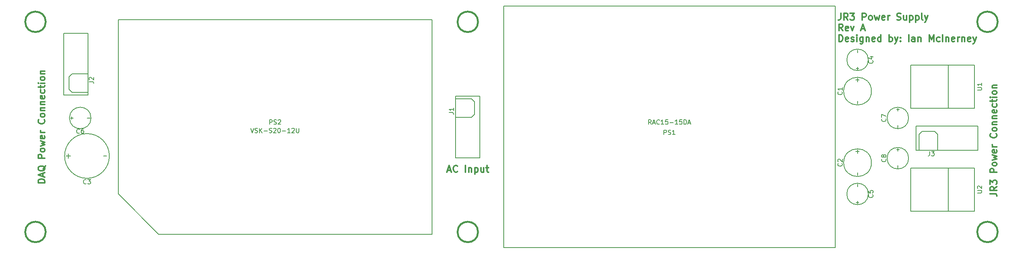
<source format=gto>
G04 (created by PCBNEW (2013-06-11 BZR 4021)-stable) date Thu 06 Feb 2014 10:57:33 PM CST*
%MOIN*%
G04 Gerber Fmt 3.4, Leading zero omitted, Abs format*
%FSLAX34Y34*%
G01*
G70*
G90*
G04 APERTURE LIST*
%ADD10C,0.00590551*%
%ADD11C,0.011811*%
%ADD12C,0.015*%
G04 APERTURE END LIST*
G54D10*
G54D11*
X127277Y-75829D02*
X127277Y-76251D01*
X127249Y-76335D01*
X127193Y-76392D01*
X127109Y-76420D01*
X127052Y-76420D01*
X127896Y-76420D02*
X127699Y-76138D01*
X127559Y-76420D02*
X127559Y-75829D01*
X127784Y-75829D01*
X127840Y-75857D01*
X127868Y-75885D01*
X127896Y-75942D01*
X127896Y-76026D01*
X127868Y-76082D01*
X127840Y-76110D01*
X127784Y-76138D01*
X127559Y-76138D01*
X128093Y-75829D02*
X128458Y-75829D01*
X128262Y-76054D01*
X128346Y-76054D01*
X128402Y-76082D01*
X128430Y-76110D01*
X128458Y-76167D01*
X128458Y-76307D01*
X128430Y-76363D01*
X128402Y-76392D01*
X128346Y-76420D01*
X128177Y-76420D01*
X128121Y-76392D01*
X128093Y-76363D01*
X129161Y-76420D02*
X129161Y-75829D01*
X129386Y-75829D01*
X129443Y-75857D01*
X129471Y-75885D01*
X129499Y-75942D01*
X129499Y-76026D01*
X129471Y-76082D01*
X129443Y-76110D01*
X129386Y-76138D01*
X129161Y-76138D01*
X129836Y-76420D02*
X129780Y-76392D01*
X129752Y-76363D01*
X129724Y-76307D01*
X129724Y-76138D01*
X129752Y-76082D01*
X129780Y-76054D01*
X129836Y-76026D01*
X129921Y-76026D01*
X129977Y-76054D01*
X130005Y-76082D01*
X130033Y-76138D01*
X130033Y-76307D01*
X130005Y-76363D01*
X129977Y-76392D01*
X129921Y-76420D01*
X129836Y-76420D01*
X130230Y-76026D02*
X130343Y-76420D01*
X130455Y-76138D01*
X130568Y-76420D01*
X130680Y-76026D01*
X131130Y-76392D02*
X131074Y-76420D01*
X130961Y-76420D01*
X130905Y-76392D01*
X130877Y-76335D01*
X130877Y-76110D01*
X130905Y-76054D01*
X130961Y-76026D01*
X131074Y-76026D01*
X131130Y-76054D01*
X131158Y-76110D01*
X131158Y-76167D01*
X130877Y-76223D01*
X131411Y-76420D02*
X131411Y-76026D01*
X131411Y-76138D02*
X131439Y-76082D01*
X131467Y-76054D01*
X131524Y-76026D01*
X131580Y-76026D01*
X132199Y-76392D02*
X132283Y-76420D01*
X132424Y-76420D01*
X132480Y-76392D01*
X132508Y-76363D01*
X132536Y-76307D01*
X132536Y-76251D01*
X132508Y-76195D01*
X132480Y-76167D01*
X132424Y-76138D01*
X132311Y-76110D01*
X132255Y-76082D01*
X132227Y-76054D01*
X132199Y-75998D01*
X132199Y-75942D01*
X132227Y-75885D01*
X132255Y-75857D01*
X132311Y-75829D01*
X132452Y-75829D01*
X132536Y-75857D01*
X133042Y-76026D02*
X133042Y-76420D01*
X132789Y-76026D02*
X132789Y-76335D01*
X132817Y-76392D01*
X132874Y-76420D01*
X132958Y-76420D01*
X133014Y-76392D01*
X133042Y-76363D01*
X133323Y-76026D02*
X133323Y-76616D01*
X133323Y-76054D02*
X133380Y-76026D01*
X133492Y-76026D01*
X133548Y-76054D01*
X133577Y-76082D01*
X133605Y-76138D01*
X133605Y-76307D01*
X133577Y-76363D01*
X133548Y-76392D01*
X133492Y-76420D01*
X133380Y-76420D01*
X133323Y-76392D01*
X133858Y-76026D02*
X133858Y-76616D01*
X133858Y-76054D02*
X133914Y-76026D01*
X134026Y-76026D01*
X134083Y-76054D01*
X134111Y-76082D01*
X134139Y-76138D01*
X134139Y-76307D01*
X134111Y-76363D01*
X134083Y-76392D01*
X134026Y-76420D01*
X133914Y-76420D01*
X133858Y-76392D01*
X134476Y-76420D02*
X134420Y-76392D01*
X134392Y-76335D01*
X134392Y-75829D01*
X134645Y-76026D02*
X134786Y-76420D01*
X134926Y-76026D02*
X134786Y-76420D01*
X134730Y-76560D01*
X134701Y-76588D01*
X134645Y-76616D01*
X127446Y-77365D02*
X127249Y-77083D01*
X127109Y-77365D02*
X127109Y-76774D01*
X127334Y-76774D01*
X127390Y-76802D01*
X127418Y-76830D01*
X127446Y-76886D01*
X127446Y-76971D01*
X127418Y-77027D01*
X127390Y-77055D01*
X127334Y-77083D01*
X127109Y-77083D01*
X127924Y-77336D02*
X127868Y-77365D01*
X127755Y-77365D01*
X127699Y-77336D01*
X127671Y-77280D01*
X127671Y-77055D01*
X127699Y-76999D01*
X127755Y-76971D01*
X127868Y-76971D01*
X127924Y-76999D01*
X127952Y-77055D01*
X127952Y-77111D01*
X127671Y-77168D01*
X128149Y-76971D02*
X128290Y-77365D01*
X128430Y-76971D01*
X129077Y-77196D02*
X129358Y-77196D01*
X129021Y-77365D02*
X129218Y-76774D01*
X129415Y-77365D01*
X127109Y-78309D02*
X127109Y-77719D01*
X127249Y-77719D01*
X127334Y-77747D01*
X127390Y-77803D01*
X127418Y-77859D01*
X127446Y-77972D01*
X127446Y-78056D01*
X127418Y-78169D01*
X127390Y-78225D01*
X127334Y-78281D01*
X127249Y-78309D01*
X127109Y-78309D01*
X127924Y-78281D02*
X127868Y-78309D01*
X127755Y-78309D01*
X127699Y-78281D01*
X127671Y-78225D01*
X127671Y-78000D01*
X127699Y-77944D01*
X127755Y-77916D01*
X127868Y-77916D01*
X127924Y-77944D01*
X127952Y-78000D01*
X127952Y-78056D01*
X127671Y-78113D01*
X128177Y-78281D02*
X128233Y-78309D01*
X128346Y-78309D01*
X128402Y-78281D01*
X128430Y-78225D01*
X128430Y-78197D01*
X128402Y-78141D01*
X128346Y-78113D01*
X128262Y-78113D01*
X128205Y-78084D01*
X128177Y-78028D01*
X128177Y-78000D01*
X128205Y-77944D01*
X128262Y-77916D01*
X128346Y-77916D01*
X128402Y-77944D01*
X128683Y-78309D02*
X128683Y-77916D01*
X128683Y-77719D02*
X128655Y-77747D01*
X128683Y-77775D01*
X128712Y-77747D01*
X128683Y-77719D01*
X128683Y-77775D01*
X129218Y-77916D02*
X129218Y-78394D01*
X129190Y-78450D01*
X129161Y-78478D01*
X129105Y-78506D01*
X129021Y-78506D01*
X128965Y-78478D01*
X129218Y-78281D02*
X129161Y-78309D01*
X129049Y-78309D01*
X128993Y-78281D01*
X128965Y-78253D01*
X128937Y-78197D01*
X128937Y-78028D01*
X128965Y-77972D01*
X128993Y-77944D01*
X129049Y-77916D01*
X129161Y-77916D01*
X129218Y-77944D01*
X129499Y-77916D02*
X129499Y-78309D01*
X129499Y-77972D02*
X129527Y-77944D01*
X129583Y-77916D01*
X129668Y-77916D01*
X129724Y-77944D01*
X129752Y-78000D01*
X129752Y-78309D01*
X130258Y-78281D02*
X130202Y-78309D01*
X130089Y-78309D01*
X130033Y-78281D01*
X130005Y-78225D01*
X130005Y-78000D01*
X130033Y-77944D01*
X130089Y-77916D01*
X130202Y-77916D01*
X130258Y-77944D01*
X130286Y-78000D01*
X130286Y-78056D01*
X130005Y-78113D01*
X130793Y-78309D02*
X130793Y-77719D01*
X130793Y-78281D02*
X130736Y-78309D01*
X130624Y-78309D01*
X130568Y-78281D01*
X130539Y-78253D01*
X130511Y-78197D01*
X130511Y-78028D01*
X130539Y-77972D01*
X130568Y-77944D01*
X130624Y-77916D01*
X130736Y-77916D01*
X130793Y-77944D01*
X131524Y-78309D02*
X131524Y-77719D01*
X131524Y-77944D02*
X131580Y-77916D01*
X131692Y-77916D01*
X131749Y-77944D01*
X131777Y-77972D01*
X131805Y-78028D01*
X131805Y-78197D01*
X131777Y-78253D01*
X131749Y-78281D01*
X131692Y-78309D01*
X131580Y-78309D01*
X131524Y-78281D01*
X132002Y-77916D02*
X132142Y-78309D01*
X132283Y-77916D02*
X132142Y-78309D01*
X132086Y-78450D01*
X132058Y-78478D01*
X132002Y-78506D01*
X132508Y-78253D02*
X132536Y-78281D01*
X132508Y-78309D01*
X132480Y-78281D01*
X132508Y-78253D01*
X132508Y-78309D01*
X132508Y-77944D02*
X132536Y-77972D01*
X132508Y-78000D01*
X132480Y-77972D01*
X132508Y-77944D01*
X132508Y-78000D01*
X133239Y-78309D02*
X133239Y-77719D01*
X133773Y-78309D02*
X133773Y-78000D01*
X133745Y-77944D01*
X133689Y-77916D01*
X133577Y-77916D01*
X133520Y-77944D01*
X133773Y-78281D02*
X133717Y-78309D01*
X133577Y-78309D01*
X133520Y-78281D01*
X133492Y-78225D01*
X133492Y-78169D01*
X133520Y-78113D01*
X133577Y-78084D01*
X133717Y-78084D01*
X133773Y-78056D01*
X134055Y-77916D02*
X134055Y-78309D01*
X134055Y-77972D02*
X134083Y-77944D01*
X134139Y-77916D01*
X134223Y-77916D01*
X134280Y-77944D01*
X134308Y-78000D01*
X134308Y-78309D01*
X135039Y-78309D02*
X135039Y-77719D01*
X135236Y-78141D01*
X135433Y-77719D01*
X135433Y-78309D01*
X135967Y-78281D02*
X135911Y-78309D01*
X135798Y-78309D01*
X135742Y-78281D01*
X135714Y-78253D01*
X135686Y-78197D01*
X135686Y-78028D01*
X135714Y-77972D01*
X135742Y-77944D01*
X135798Y-77916D01*
X135911Y-77916D01*
X135967Y-77944D01*
X136220Y-78309D02*
X136220Y-77719D01*
X136501Y-77916D02*
X136501Y-78309D01*
X136501Y-77972D02*
X136529Y-77944D01*
X136586Y-77916D01*
X136670Y-77916D01*
X136726Y-77944D01*
X136754Y-78000D01*
X136754Y-78309D01*
X137260Y-78281D02*
X137204Y-78309D01*
X137092Y-78309D01*
X137035Y-78281D01*
X137007Y-78225D01*
X137007Y-78000D01*
X137035Y-77944D01*
X137092Y-77916D01*
X137204Y-77916D01*
X137260Y-77944D01*
X137289Y-78000D01*
X137289Y-78056D01*
X137007Y-78113D01*
X137542Y-78309D02*
X137542Y-77916D01*
X137542Y-78028D02*
X137570Y-77972D01*
X137598Y-77944D01*
X137654Y-77916D01*
X137710Y-77916D01*
X137907Y-77916D02*
X137907Y-78309D01*
X137907Y-77972D02*
X137935Y-77944D01*
X137992Y-77916D01*
X138076Y-77916D01*
X138132Y-77944D01*
X138160Y-78000D01*
X138160Y-78309D01*
X138667Y-78281D02*
X138610Y-78309D01*
X138498Y-78309D01*
X138442Y-78281D01*
X138413Y-78225D01*
X138413Y-78000D01*
X138442Y-77944D01*
X138498Y-77916D01*
X138610Y-77916D01*
X138667Y-77944D01*
X138695Y-78000D01*
X138695Y-78056D01*
X138413Y-78113D01*
X138892Y-77916D02*
X139032Y-78309D01*
X139173Y-77916D02*
X139032Y-78309D01*
X138976Y-78450D01*
X138948Y-78478D01*
X138892Y-78506D01*
X92716Y-89637D02*
X92997Y-89637D01*
X92660Y-89805D02*
X92857Y-89215D01*
X93053Y-89805D01*
X93588Y-89749D02*
X93560Y-89777D01*
X93475Y-89805D01*
X93419Y-89805D01*
X93335Y-89777D01*
X93278Y-89721D01*
X93250Y-89665D01*
X93222Y-89552D01*
X93222Y-89468D01*
X93250Y-89356D01*
X93278Y-89299D01*
X93335Y-89243D01*
X93419Y-89215D01*
X93475Y-89215D01*
X93560Y-89243D01*
X93588Y-89271D01*
X94291Y-89805D02*
X94291Y-89215D01*
X94572Y-89412D02*
X94572Y-89805D01*
X94572Y-89468D02*
X94600Y-89440D01*
X94656Y-89412D01*
X94741Y-89412D01*
X94797Y-89440D01*
X94825Y-89496D01*
X94825Y-89805D01*
X95106Y-89412D02*
X95106Y-90002D01*
X95106Y-89440D02*
X95163Y-89412D01*
X95275Y-89412D01*
X95331Y-89440D01*
X95359Y-89468D01*
X95388Y-89524D01*
X95388Y-89693D01*
X95359Y-89749D01*
X95331Y-89777D01*
X95275Y-89805D01*
X95163Y-89805D01*
X95106Y-89777D01*
X95894Y-89412D02*
X95894Y-89805D01*
X95641Y-89412D02*
X95641Y-89721D01*
X95669Y-89777D01*
X95725Y-89805D01*
X95809Y-89805D01*
X95866Y-89777D01*
X95894Y-89749D01*
X96091Y-89412D02*
X96316Y-89412D01*
X96175Y-89215D02*
X96175Y-89721D01*
X96203Y-89777D01*
X96259Y-89805D01*
X96316Y-89805D01*
X140396Y-91704D02*
X140818Y-91704D01*
X140902Y-91732D01*
X140958Y-91788D01*
X140987Y-91872D01*
X140987Y-91929D01*
X140987Y-91085D02*
X140705Y-91282D01*
X140987Y-91422D02*
X140396Y-91422D01*
X140396Y-91197D01*
X140424Y-91141D01*
X140452Y-91113D01*
X140508Y-91085D01*
X140593Y-91085D01*
X140649Y-91113D01*
X140677Y-91141D01*
X140705Y-91197D01*
X140705Y-91422D01*
X140396Y-90888D02*
X140396Y-90523D01*
X140621Y-90719D01*
X140621Y-90635D01*
X140649Y-90579D01*
X140677Y-90551D01*
X140733Y-90523D01*
X140874Y-90523D01*
X140930Y-90551D01*
X140958Y-90579D01*
X140987Y-90635D01*
X140987Y-90804D01*
X140958Y-90860D01*
X140930Y-90888D01*
X140987Y-89820D02*
X140396Y-89820D01*
X140396Y-89595D01*
X140424Y-89538D01*
X140452Y-89510D01*
X140508Y-89482D01*
X140593Y-89482D01*
X140649Y-89510D01*
X140677Y-89538D01*
X140705Y-89595D01*
X140705Y-89820D01*
X140987Y-89145D02*
X140958Y-89201D01*
X140930Y-89229D01*
X140874Y-89257D01*
X140705Y-89257D01*
X140649Y-89229D01*
X140621Y-89201D01*
X140593Y-89145D01*
X140593Y-89060D01*
X140621Y-89004D01*
X140649Y-88976D01*
X140705Y-88948D01*
X140874Y-88948D01*
X140930Y-88976D01*
X140958Y-89004D01*
X140987Y-89060D01*
X140987Y-89145D01*
X140593Y-88751D02*
X140987Y-88638D01*
X140705Y-88526D01*
X140987Y-88413D01*
X140593Y-88301D01*
X140958Y-87851D02*
X140987Y-87907D01*
X140987Y-88020D01*
X140958Y-88076D01*
X140902Y-88104D01*
X140677Y-88104D01*
X140621Y-88076D01*
X140593Y-88020D01*
X140593Y-87907D01*
X140621Y-87851D01*
X140677Y-87823D01*
X140733Y-87823D01*
X140790Y-88104D01*
X140987Y-87570D02*
X140593Y-87570D01*
X140705Y-87570D02*
X140649Y-87542D01*
X140621Y-87514D01*
X140593Y-87457D01*
X140593Y-87401D01*
X140930Y-86417D02*
X140958Y-86445D01*
X140987Y-86529D01*
X140987Y-86586D01*
X140958Y-86670D01*
X140902Y-86726D01*
X140846Y-86754D01*
X140733Y-86782D01*
X140649Y-86782D01*
X140537Y-86754D01*
X140480Y-86726D01*
X140424Y-86670D01*
X140396Y-86586D01*
X140396Y-86529D01*
X140424Y-86445D01*
X140452Y-86417D01*
X140987Y-86079D02*
X140958Y-86136D01*
X140930Y-86164D01*
X140874Y-86192D01*
X140705Y-86192D01*
X140649Y-86164D01*
X140621Y-86136D01*
X140593Y-86079D01*
X140593Y-85995D01*
X140621Y-85939D01*
X140649Y-85911D01*
X140705Y-85883D01*
X140874Y-85883D01*
X140930Y-85911D01*
X140958Y-85939D01*
X140987Y-85995D01*
X140987Y-86079D01*
X140593Y-85629D02*
X140987Y-85629D01*
X140649Y-85629D02*
X140621Y-85601D01*
X140593Y-85545D01*
X140593Y-85461D01*
X140621Y-85404D01*
X140677Y-85376D01*
X140987Y-85376D01*
X140593Y-85095D02*
X140987Y-85095D01*
X140649Y-85095D02*
X140621Y-85067D01*
X140593Y-85011D01*
X140593Y-84926D01*
X140621Y-84870D01*
X140677Y-84842D01*
X140987Y-84842D01*
X140958Y-84336D02*
X140987Y-84392D01*
X140987Y-84505D01*
X140958Y-84561D01*
X140902Y-84589D01*
X140677Y-84589D01*
X140621Y-84561D01*
X140593Y-84505D01*
X140593Y-84392D01*
X140621Y-84336D01*
X140677Y-84308D01*
X140733Y-84308D01*
X140790Y-84589D01*
X140958Y-83802D02*
X140987Y-83858D01*
X140987Y-83970D01*
X140958Y-84026D01*
X140930Y-84055D01*
X140874Y-84083D01*
X140705Y-84083D01*
X140649Y-84055D01*
X140621Y-84026D01*
X140593Y-83970D01*
X140593Y-83858D01*
X140621Y-83802D01*
X140593Y-83633D02*
X140593Y-83408D01*
X140396Y-83548D02*
X140902Y-83548D01*
X140958Y-83520D01*
X140987Y-83464D01*
X140987Y-83408D01*
X140987Y-83211D02*
X140593Y-83211D01*
X140396Y-83211D02*
X140424Y-83239D01*
X140452Y-83211D01*
X140424Y-83183D01*
X140396Y-83211D01*
X140452Y-83211D01*
X140987Y-82845D02*
X140958Y-82902D01*
X140930Y-82930D01*
X140874Y-82958D01*
X140705Y-82958D01*
X140649Y-82930D01*
X140621Y-82902D01*
X140593Y-82845D01*
X140593Y-82761D01*
X140621Y-82705D01*
X140649Y-82677D01*
X140705Y-82649D01*
X140874Y-82649D01*
X140930Y-82677D01*
X140958Y-82705D01*
X140987Y-82761D01*
X140987Y-82845D01*
X140593Y-82395D02*
X140987Y-82395D01*
X140649Y-82395D02*
X140621Y-82367D01*
X140593Y-82311D01*
X140593Y-82227D01*
X140621Y-82170D01*
X140677Y-82142D01*
X140987Y-82142D01*
X57325Y-90748D02*
X56735Y-90748D01*
X56735Y-90607D01*
X56763Y-90523D01*
X56819Y-90466D01*
X56875Y-90438D01*
X56988Y-90410D01*
X57072Y-90410D01*
X57185Y-90438D01*
X57241Y-90466D01*
X57297Y-90523D01*
X57325Y-90607D01*
X57325Y-90748D01*
X57156Y-90185D02*
X57156Y-89904D01*
X57325Y-90241D02*
X56735Y-90044D01*
X57325Y-89848D01*
X57381Y-89257D02*
X57353Y-89313D01*
X57297Y-89370D01*
X57213Y-89454D01*
X57185Y-89510D01*
X57185Y-89566D01*
X57325Y-89538D02*
X57297Y-89595D01*
X57241Y-89651D01*
X57128Y-89679D01*
X56931Y-89679D01*
X56819Y-89651D01*
X56763Y-89595D01*
X56735Y-89538D01*
X56735Y-89426D01*
X56763Y-89370D01*
X56819Y-89313D01*
X56931Y-89285D01*
X57128Y-89285D01*
X57241Y-89313D01*
X57297Y-89370D01*
X57325Y-89426D01*
X57325Y-89538D01*
X57325Y-88582D02*
X56735Y-88582D01*
X56735Y-88357D01*
X56763Y-88301D01*
X56791Y-88273D01*
X56847Y-88245D01*
X56931Y-88245D01*
X56988Y-88273D01*
X57016Y-88301D01*
X57044Y-88357D01*
X57044Y-88582D01*
X57325Y-87907D02*
X57297Y-87964D01*
X57269Y-87992D01*
X57213Y-88020D01*
X57044Y-88020D01*
X56988Y-87992D01*
X56960Y-87964D01*
X56931Y-87907D01*
X56931Y-87823D01*
X56960Y-87767D01*
X56988Y-87739D01*
X57044Y-87710D01*
X57213Y-87710D01*
X57269Y-87739D01*
X57297Y-87767D01*
X57325Y-87823D01*
X57325Y-87907D01*
X56931Y-87514D02*
X57325Y-87401D01*
X57044Y-87289D01*
X57325Y-87176D01*
X56931Y-87064D01*
X57297Y-86614D02*
X57325Y-86670D01*
X57325Y-86782D01*
X57297Y-86839D01*
X57241Y-86867D01*
X57016Y-86867D01*
X56960Y-86839D01*
X56931Y-86782D01*
X56931Y-86670D01*
X56960Y-86614D01*
X57016Y-86586D01*
X57072Y-86586D01*
X57128Y-86867D01*
X57325Y-86332D02*
X56931Y-86332D01*
X57044Y-86332D02*
X56988Y-86304D01*
X56960Y-86276D01*
X56931Y-86220D01*
X56931Y-86164D01*
X57269Y-85179D02*
X57297Y-85208D01*
X57325Y-85292D01*
X57325Y-85348D01*
X57297Y-85433D01*
X57241Y-85489D01*
X57185Y-85517D01*
X57072Y-85545D01*
X56988Y-85545D01*
X56875Y-85517D01*
X56819Y-85489D01*
X56763Y-85433D01*
X56735Y-85348D01*
X56735Y-85292D01*
X56763Y-85208D01*
X56791Y-85179D01*
X57325Y-84842D02*
X57297Y-84898D01*
X57269Y-84926D01*
X57213Y-84955D01*
X57044Y-84955D01*
X56988Y-84926D01*
X56960Y-84898D01*
X56931Y-84842D01*
X56931Y-84758D01*
X56960Y-84701D01*
X56988Y-84673D01*
X57044Y-84645D01*
X57213Y-84645D01*
X57269Y-84673D01*
X57297Y-84701D01*
X57325Y-84758D01*
X57325Y-84842D01*
X56931Y-84392D02*
X57325Y-84392D01*
X56988Y-84392D02*
X56960Y-84364D01*
X56931Y-84308D01*
X56931Y-84223D01*
X56960Y-84167D01*
X57016Y-84139D01*
X57325Y-84139D01*
X56931Y-83858D02*
X57325Y-83858D01*
X56988Y-83858D02*
X56960Y-83830D01*
X56931Y-83773D01*
X56931Y-83689D01*
X56960Y-83633D01*
X57016Y-83605D01*
X57325Y-83605D01*
X57297Y-83098D02*
X57325Y-83155D01*
X57325Y-83267D01*
X57297Y-83323D01*
X57241Y-83352D01*
X57016Y-83352D01*
X56960Y-83323D01*
X56931Y-83267D01*
X56931Y-83155D01*
X56960Y-83098D01*
X57016Y-83070D01*
X57072Y-83070D01*
X57128Y-83352D01*
X57297Y-82564D02*
X57325Y-82620D01*
X57325Y-82733D01*
X57297Y-82789D01*
X57269Y-82817D01*
X57213Y-82845D01*
X57044Y-82845D01*
X56988Y-82817D01*
X56960Y-82789D01*
X56931Y-82733D01*
X56931Y-82620D01*
X56960Y-82564D01*
X56931Y-82395D02*
X56931Y-82170D01*
X56735Y-82311D02*
X57241Y-82311D01*
X57297Y-82283D01*
X57325Y-82227D01*
X57325Y-82170D01*
X57325Y-81974D02*
X56931Y-81974D01*
X56735Y-81974D02*
X56763Y-82002D01*
X56791Y-81974D01*
X56763Y-81946D01*
X56735Y-81974D01*
X56791Y-81974D01*
X57325Y-81608D02*
X57297Y-81664D01*
X57269Y-81692D01*
X57213Y-81721D01*
X57044Y-81721D01*
X56988Y-81692D01*
X56960Y-81664D01*
X56931Y-81608D01*
X56931Y-81524D01*
X56960Y-81467D01*
X56988Y-81439D01*
X57044Y-81411D01*
X57213Y-81411D01*
X57269Y-81439D01*
X57297Y-81467D01*
X57325Y-81524D01*
X57325Y-81608D01*
X56931Y-81158D02*
X57325Y-81158D01*
X56988Y-81158D02*
X56960Y-81130D01*
X56931Y-81074D01*
X56931Y-80989D01*
X56960Y-80933D01*
X57016Y-80905D01*
X57325Y-80905D01*
G54D10*
X136702Y-89438D02*
X136702Y-93238D01*
X133402Y-93238D02*
X139002Y-93238D01*
X139002Y-93238D02*
X139002Y-89438D01*
X139002Y-89438D02*
X133402Y-89438D01*
X133402Y-89438D02*
X133402Y-93238D01*
X136702Y-80383D02*
X136702Y-84183D01*
X133402Y-84183D02*
X139002Y-84183D01*
X139002Y-84183D02*
X139002Y-80383D01*
X139002Y-80383D02*
X133402Y-80383D01*
X133402Y-80383D02*
X133402Y-84183D01*
X128740Y-89842D02*
X128740Y-90078D01*
X128582Y-87992D02*
X128897Y-87992D01*
X128740Y-88149D02*
X128740Y-87834D01*
X129960Y-88976D02*
G75*
G03X129960Y-88976I-1220J0D01*
G74*
G01*
X128740Y-83543D02*
X128740Y-83779D01*
X128582Y-81692D02*
X128897Y-81692D01*
X128740Y-81850D02*
X128740Y-81535D01*
X129960Y-82677D02*
G75*
G03X129960Y-82677I-1220J0D01*
G74*
G01*
X128858Y-80669D02*
X128622Y-80669D01*
X128740Y-80551D02*
X128740Y-80787D01*
X128740Y-79055D02*
X128740Y-79291D01*
X129685Y-79921D02*
G75*
G03X129685Y-79921I-944J0D01*
G74*
G01*
X128858Y-92480D02*
X128622Y-92480D01*
X128740Y-92362D02*
X128740Y-92598D01*
X128740Y-90866D02*
X128740Y-91102D01*
X129685Y-91732D02*
G75*
G03X129685Y-91732I-944J0D01*
G74*
G01*
X132165Y-87834D02*
X132401Y-87834D01*
X132283Y-87952D02*
X132283Y-87716D01*
X132283Y-89448D02*
X132283Y-89212D01*
X133228Y-88582D02*
G75*
G03X133228Y-88582I-944J0D01*
G74*
G01*
X132165Y-84291D02*
X132401Y-84291D01*
X132283Y-84409D02*
X132283Y-84173D01*
X132283Y-85905D02*
X132283Y-85669D01*
X133228Y-85039D02*
G75*
G03X133228Y-85039I-944J0D01*
G74*
G01*
X59685Y-85157D02*
X59685Y-84921D01*
X59803Y-85039D02*
X59566Y-85039D01*
X61299Y-85039D02*
X61062Y-85039D01*
X61377Y-85039D02*
G75*
G03X61377Y-85039I-944J0D01*
G74*
G01*
X62480Y-88385D02*
X62755Y-88385D01*
X59370Y-88543D02*
X59370Y-88582D01*
X59370Y-88228D02*
X59370Y-88188D01*
X59370Y-88543D02*
X59370Y-88228D01*
X59566Y-88385D02*
X59173Y-88385D01*
X62992Y-88385D02*
G75*
G03X62992Y-88385I-1968J0D01*
G74*
G01*
X59724Y-81141D02*
X59448Y-81417D01*
X59448Y-81417D02*
X59448Y-82519D01*
X59448Y-82519D02*
X59724Y-82795D01*
X59724Y-82795D02*
X61102Y-82795D01*
X61102Y-81141D02*
X59724Y-81141D01*
X61102Y-77598D02*
X61102Y-83031D01*
X61102Y-83031D02*
X58976Y-83031D01*
X58976Y-83031D02*
X58976Y-77598D01*
X58976Y-77598D02*
X61102Y-77598D01*
X135787Y-86496D02*
X135511Y-86220D01*
X135511Y-86220D02*
X134409Y-86220D01*
X134409Y-86220D02*
X134133Y-86496D01*
X134133Y-86496D02*
X134133Y-87874D01*
X135787Y-87874D02*
X135787Y-86496D01*
X139330Y-87874D02*
X133897Y-87874D01*
X133897Y-87874D02*
X133897Y-85748D01*
X133897Y-85748D02*
X139330Y-85748D01*
X139330Y-85748D02*
X139330Y-87874D01*
X94803Y-85000D02*
X95078Y-84724D01*
X95078Y-84724D02*
X95078Y-83622D01*
X95078Y-83622D02*
X94803Y-83346D01*
X94803Y-83346D02*
X93425Y-83346D01*
X93425Y-85000D02*
X94803Y-85000D01*
X93425Y-88543D02*
X93425Y-83110D01*
X93425Y-83110D02*
X95551Y-83110D01*
X95551Y-83110D02*
X95551Y-88543D01*
X95551Y-88543D02*
X93425Y-88543D01*
X63779Y-91732D02*
X67322Y-95275D01*
X67322Y-95275D02*
X91338Y-95275D01*
X91338Y-95275D02*
X91338Y-76377D01*
X91338Y-76377D02*
X63779Y-76377D01*
X63779Y-76377D02*
X63779Y-91732D01*
X124409Y-75196D02*
X126771Y-75196D01*
X126771Y-75196D02*
X126771Y-96456D01*
X126771Y-96456D02*
X97637Y-96456D01*
X97637Y-96456D02*
X97637Y-75196D01*
X100000Y-75196D02*
X97637Y-75196D01*
X100000Y-75196D02*
X124409Y-75196D01*
G54D12*
X141057Y-76574D02*
G75*
G03X141057Y-76574I-900J0D01*
G74*
G01*
X141057Y-95078D02*
G75*
G03X141057Y-95078I-900J0D01*
G74*
G01*
X57396Y-76574D02*
G75*
G03X57396Y-76574I-900J0D01*
G74*
G01*
X57396Y-95078D02*
G75*
G03X57396Y-95078I-900J0D01*
G74*
G01*
X95388Y-76574D02*
G75*
G03X95388Y-76574I-900J0D01*
G74*
G01*
X95388Y-95078D02*
G75*
G03X95388Y-95078I-900J0D01*
G74*
G01*
G54D10*
X139268Y-91638D02*
X139586Y-91638D01*
X139624Y-91619D01*
X139642Y-91601D01*
X139661Y-91563D01*
X139661Y-91488D01*
X139642Y-91451D01*
X139624Y-91432D01*
X139586Y-91413D01*
X139268Y-91413D01*
X139305Y-91244D02*
X139286Y-91226D01*
X139268Y-91188D01*
X139268Y-91094D01*
X139286Y-91057D01*
X139305Y-91038D01*
X139343Y-91019D01*
X139380Y-91019D01*
X139436Y-91038D01*
X139661Y-91263D01*
X139661Y-91019D01*
X139268Y-82583D02*
X139586Y-82583D01*
X139624Y-82564D01*
X139642Y-82545D01*
X139661Y-82508D01*
X139661Y-82433D01*
X139642Y-82395D01*
X139624Y-82377D01*
X139586Y-82358D01*
X139268Y-82358D01*
X139661Y-81964D02*
X139661Y-82189D01*
X139661Y-82077D02*
X139268Y-82077D01*
X139324Y-82114D01*
X139361Y-82152D01*
X139380Y-82189D01*
X127362Y-89041D02*
X127380Y-89060D01*
X127399Y-89116D01*
X127399Y-89154D01*
X127380Y-89210D01*
X127343Y-89248D01*
X127305Y-89266D01*
X127230Y-89285D01*
X127174Y-89285D01*
X127099Y-89266D01*
X127062Y-89248D01*
X127024Y-89210D01*
X127005Y-89154D01*
X127005Y-89116D01*
X127024Y-89060D01*
X127043Y-89041D01*
X127043Y-88892D02*
X127024Y-88873D01*
X127005Y-88835D01*
X127005Y-88742D01*
X127024Y-88704D01*
X127043Y-88685D01*
X127080Y-88667D01*
X127118Y-88667D01*
X127174Y-88685D01*
X127399Y-88910D01*
X127399Y-88667D01*
X127362Y-82742D02*
X127380Y-82761D01*
X127399Y-82817D01*
X127399Y-82855D01*
X127380Y-82911D01*
X127343Y-82949D01*
X127305Y-82967D01*
X127230Y-82986D01*
X127174Y-82986D01*
X127099Y-82967D01*
X127062Y-82949D01*
X127024Y-82911D01*
X127005Y-82855D01*
X127005Y-82817D01*
X127024Y-82761D01*
X127043Y-82742D01*
X127399Y-82367D02*
X127399Y-82592D01*
X127399Y-82480D02*
X127005Y-82480D01*
X127062Y-82517D01*
X127099Y-82555D01*
X127118Y-82592D01*
X130062Y-79986D02*
X130080Y-80005D01*
X130099Y-80061D01*
X130099Y-80099D01*
X130080Y-80155D01*
X130043Y-80193D01*
X130005Y-80211D01*
X129930Y-80230D01*
X129874Y-80230D01*
X129799Y-80211D01*
X129762Y-80193D01*
X129724Y-80155D01*
X129705Y-80099D01*
X129705Y-80061D01*
X129724Y-80005D01*
X129743Y-79986D01*
X129837Y-79649D02*
X130099Y-79649D01*
X129687Y-79743D02*
X129968Y-79836D01*
X129968Y-79593D01*
X130062Y-91797D02*
X130080Y-91816D01*
X130099Y-91872D01*
X130099Y-91910D01*
X130080Y-91966D01*
X130043Y-92004D01*
X130005Y-92022D01*
X129930Y-92041D01*
X129874Y-92041D01*
X129799Y-92022D01*
X129762Y-92004D01*
X129724Y-91966D01*
X129705Y-91910D01*
X129705Y-91872D01*
X129724Y-91816D01*
X129743Y-91797D01*
X129705Y-91441D02*
X129705Y-91629D01*
X129893Y-91647D01*
X129874Y-91629D01*
X129855Y-91591D01*
X129855Y-91497D01*
X129874Y-91460D01*
X129893Y-91441D01*
X129930Y-91422D01*
X130024Y-91422D01*
X130062Y-91441D01*
X130080Y-91460D01*
X130099Y-91497D01*
X130099Y-91591D01*
X130080Y-91629D01*
X130062Y-91647D01*
X131205Y-88648D02*
X131224Y-88667D01*
X131242Y-88723D01*
X131242Y-88760D01*
X131224Y-88817D01*
X131186Y-88854D01*
X131149Y-88873D01*
X131074Y-88892D01*
X131017Y-88892D01*
X130942Y-88873D01*
X130905Y-88854D01*
X130867Y-88817D01*
X130849Y-88760D01*
X130849Y-88723D01*
X130867Y-88667D01*
X130886Y-88648D01*
X131017Y-88423D02*
X130999Y-88460D01*
X130980Y-88479D01*
X130942Y-88498D01*
X130924Y-88498D01*
X130886Y-88479D01*
X130867Y-88460D01*
X130849Y-88423D01*
X130849Y-88348D01*
X130867Y-88310D01*
X130886Y-88292D01*
X130924Y-88273D01*
X130942Y-88273D01*
X130980Y-88292D01*
X130999Y-88310D01*
X131017Y-88348D01*
X131017Y-88423D01*
X131036Y-88460D01*
X131055Y-88479D01*
X131092Y-88498D01*
X131167Y-88498D01*
X131205Y-88479D01*
X131224Y-88460D01*
X131242Y-88423D01*
X131242Y-88348D01*
X131224Y-88310D01*
X131205Y-88292D01*
X131167Y-88273D01*
X131092Y-88273D01*
X131055Y-88292D01*
X131036Y-88310D01*
X131017Y-88348D01*
X131205Y-85104D02*
X131224Y-85123D01*
X131242Y-85179D01*
X131242Y-85217D01*
X131224Y-85273D01*
X131186Y-85311D01*
X131149Y-85329D01*
X131074Y-85348D01*
X131017Y-85348D01*
X130942Y-85329D01*
X130905Y-85311D01*
X130867Y-85273D01*
X130849Y-85217D01*
X130849Y-85179D01*
X130867Y-85123D01*
X130886Y-85104D01*
X130849Y-84973D02*
X130849Y-84711D01*
X131242Y-84880D01*
X60367Y-86361D02*
X60348Y-86379D01*
X60292Y-86398D01*
X60254Y-86398D01*
X60198Y-86379D01*
X60161Y-86342D01*
X60142Y-86304D01*
X60123Y-86229D01*
X60123Y-86173D01*
X60142Y-86098D01*
X60161Y-86061D01*
X60198Y-86023D01*
X60254Y-86005D01*
X60292Y-86005D01*
X60348Y-86023D01*
X60367Y-86042D01*
X60704Y-86005D02*
X60629Y-86005D01*
X60592Y-86023D01*
X60573Y-86042D01*
X60536Y-86098D01*
X60517Y-86173D01*
X60517Y-86323D01*
X60536Y-86361D01*
X60554Y-86379D01*
X60592Y-86398D01*
X60667Y-86398D01*
X60704Y-86379D01*
X60723Y-86361D01*
X60742Y-86323D01*
X60742Y-86229D01*
X60723Y-86192D01*
X60704Y-86173D01*
X60667Y-86155D01*
X60592Y-86155D01*
X60554Y-86173D01*
X60536Y-86192D01*
X60517Y-86229D01*
X60958Y-90807D02*
X60939Y-90826D01*
X60883Y-90845D01*
X60845Y-90845D01*
X60789Y-90826D01*
X60751Y-90788D01*
X60733Y-90751D01*
X60714Y-90676D01*
X60714Y-90620D01*
X60733Y-90545D01*
X60751Y-90507D01*
X60789Y-90470D01*
X60845Y-90451D01*
X60883Y-90451D01*
X60939Y-90470D01*
X60958Y-90488D01*
X61089Y-90451D02*
X61332Y-90451D01*
X61201Y-90601D01*
X61257Y-90601D01*
X61295Y-90620D01*
X61314Y-90638D01*
X61332Y-90676D01*
X61332Y-90770D01*
X61314Y-90807D01*
X61295Y-90826D01*
X61257Y-90845D01*
X61145Y-90845D01*
X61107Y-90826D01*
X61089Y-90807D01*
X61205Y-81846D02*
X61486Y-81846D01*
X61542Y-81864D01*
X61579Y-81902D01*
X61598Y-81958D01*
X61598Y-81996D01*
X61242Y-81677D02*
X61223Y-81658D01*
X61205Y-81621D01*
X61205Y-81527D01*
X61223Y-81489D01*
X61242Y-81471D01*
X61280Y-81452D01*
X61317Y-81452D01*
X61373Y-81471D01*
X61598Y-81696D01*
X61598Y-81452D01*
X135082Y-87976D02*
X135082Y-88257D01*
X135064Y-88314D01*
X135026Y-88351D01*
X134970Y-88370D01*
X134932Y-88370D01*
X135232Y-87976D02*
X135476Y-87976D01*
X135345Y-88126D01*
X135401Y-88126D01*
X135439Y-88145D01*
X135457Y-88164D01*
X135476Y-88201D01*
X135476Y-88295D01*
X135457Y-88332D01*
X135439Y-88351D01*
X135401Y-88370D01*
X135289Y-88370D01*
X135251Y-88351D01*
X135232Y-88332D01*
X92853Y-84558D02*
X93135Y-84558D01*
X93191Y-84576D01*
X93228Y-84614D01*
X93247Y-84670D01*
X93247Y-84707D01*
X93247Y-84164D02*
X93247Y-84389D01*
X93247Y-84276D02*
X92853Y-84276D01*
X92910Y-84314D01*
X92947Y-84351D01*
X92966Y-84389D01*
X77080Y-85592D02*
X77080Y-85198D01*
X77230Y-85198D01*
X77268Y-85217D01*
X77287Y-85236D01*
X77305Y-85273D01*
X77305Y-85329D01*
X77287Y-85367D01*
X77268Y-85386D01*
X77230Y-85404D01*
X77080Y-85404D01*
X77455Y-85573D02*
X77512Y-85592D01*
X77605Y-85592D01*
X77643Y-85573D01*
X77662Y-85554D01*
X77680Y-85517D01*
X77680Y-85479D01*
X77662Y-85442D01*
X77643Y-85423D01*
X77605Y-85404D01*
X77530Y-85386D01*
X77493Y-85367D01*
X77474Y-85348D01*
X77455Y-85311D01*
X77455Y-85273D01*
X77474Y-85236D01*
X77493Y-85217D01*
X77530Y-85198D01*
X77624Y-85198D01*
X77680Y-85217D01*
X77830Y-85236D02*
X77849Y-85217D01*
X77887Y-85198D01*
X77980Y-85198D01*
X78018Y-85217D01*
X78037Y-85236D01*
X78055Y-85273D01*
X78055Y-85311D01*
X78037Y-85367D01*
X77812Y-85592D01*
X78055Y-85592D01*
X75412Y-85946D02*
X75543Y-86340D01*
X75674Y-85946D01*
X75787Y-86321D02*
X75843Y-86340D01*
X75937Y-86340D01*
X75974Y-86321D01*
X75993Y-86302D01*
X76012Y-86265D01*
X76012Y-86227D01*
X75993Y-86190D01*
X75974Y-86171D01*
X75937Y-86152D01*
X75862Y-86134D01*
X75824Y-86115D01*
X75806Y-86096D01*
X75787Y-86059D01*
X75787Y-86021D01*
X75806Y-85984D01*
X75824Y-85965D01*
X75862Y-85946D01*
X75956Y-85946D01*
X76012Y-85965D01*
X76181Y-86340D02*
X76181Y-85946D01*
X76406Y-86340D02*
X76237Y-86115D01*
X76406Y-85946D02*
X76181Y-86171D01*
X76574Y-86190D02*
X76874Y-86190D01*
X77043Y-86321D02*
X77099Y-86340D01*
X77193Y-86340D01*
X77230Y-86321D01*
X77249Y-86302D01*
X77268Y-86265D01*
X77268Y-86227D01*
X77249Y-86190D01*
X77230Y-86171D01*
X77193Y-86152D01*
X77118Y-86134D01*
X77080Y-86115D01*
X77062Y-86096D01*
X77043Y-86059D01*
X77043Y-86021D01*
X77062Y-85984D01*
X77080Y-85965D01*
X77118Y-85946D01*
X77212Y-85946D01*
X77268Y-85965D01*
X77418Y-85984D02*
X77437Y-85965D01*
X77474Y-85946D01*
X77568Y-85946D01*
X77605Y-85965D01*
X77624Y-85984D01*
X77643Y-86021D01*
X77643Y-86059D01*
X77624Y-86115D01*
X77399Y-86340D01*
X77643Y-86340D01*
X77887Y-85946D02*
X77924Y-85946D01*
X77962Y-85965D01*
X77980Y-85984D01*
X77999Y-86021D01*
X78018Y-86096D01*
X78018Y-86190D01*
X77999Y-86265D01*
X77980Y-86302D01*
X77962Y-86321D01*
X77924Y-86340D01*
X77887Y-86340D01*
X77849Y-86321D01*
X77830Y-86302D01*
X77812Y-86265D01*
X77793Y-86190D01*
X77793Y-86096D01*
X77812Y-86021D01*
X77830Y-85984D01*
X77849Y-85965D01*
X77887Y-85946D01*
X78187Y-86190D02*
X78487Y-86190D01*
X78880Y-86340D02*
X78655Y-86340D01*
X78768Y-86340D02*
X78768Y-85946D01*
X78730Y-86002D01*
X78693Y-86040D01*
X78655Y-86059D01*
X79030Y-85984D02*
X79049Y-85965D01*
X79086Y-85946D01*
X79180Y-85946D01*
X79218Y-85965D01*
X79236Y-85984D01*
X79255Y-86021D01*
X79255Y-86059D01*
X79236Y-86115D01*
X79011Y-86340D01*
X79255Y-86340D01*
X79424Y-85946D02*
X79424Y-86265D01*
X79443Y-86302D01*
X79461Y-86321D01*
X79499Y-86340D01*
X79574Y-86340D01*
X79611Y-86321D01*
X79630Y-86302D01*
X79649Y-86265D01*
X79649Y-85946D01*
X111726Y-86497D02*
X111726Y-86104D01*
X111876Y-86104D01*
X111914Y-86122D01*
X111932Y-86141D01*
X111951Y-86179D01*
X111951Y-86235D01*
X111932Y-86272D01*
X111914Y-86291D01*
X111876Y-86310D01*
X111726Y-86310D01*
X112101Y-86479D02*
X112157Y-86497D01*
X112251Y-86497D01*
X112289Y-86479D01*
X112307Y-86460D01*
X112326Y-86422D01*
X112326Y-86385D01*
X112307Y-86347D01*
X112289Y-86329D01*
X112251Y-86310D01*
X112176Y-86291D01*
X112139Y-86272D01*
X112120Y-86254D01*
X112101Y-86216D01*
X112101Y-86179D01*
X112120Y-86141D01*
X112139Y-86122D01*
X112176Y-86104D01*
X112270Y-86104D01*
X112326Y-86122D01*
X112701Y-86497D02*
X112476Y-86497D01*
X112589Y-86497D02*
X112589Y-86104D01*
X112551Y-86160D01*
X112514Y-86197D01*
X112476Y-86216D01*
X110601Y-85592D02*
X110470Y-85404D01*
X110376Y-85592D02*
X110376Y-85198D01*
X110526Y-85198D01*
X110564Y-85217D01*
X110583Y-85236D01*
X110601Y-85273D01*
X110601Y-85329D01*
X110583Y-85367D01*
X110564Y-85386D01*
X110526Y-85404D01*
X110376Y-85404D01*
X110751Y-85479D02*
X110939Y-85479D01*
X110714Y-85592D02*
X110845Y-85198D01*
X110976Y-85592D01*
X111332Y-85554D02*
X111314Y-85573D01*
X111257Y-85592D01*
X111220Y-85592D01*
X111164Y-85573D01*
X111126Y-85536D01*
X111107Y-85498D01*
X111089Y-85423D01*
X111089Y-85367D01*
X111107Y-85292D01*
X111126Y-85254D01*
X111164Y-85217D01*
X111220Y-85198D01*
X111257Y-85198D01*
X111314Y-85217D01*
X111332Y-85236D01*
X111707Y-85592D02*
X111482Y-85592D01*
X111595Y-85592D02*
X111595Y-85198D01*
X111557Y-85254D01*
X111520Y-85292D01*
X111482Y-85311D01*
X112064Y-85198D02*
X111876Y-85198D01*
X111857Y-85386D01*
X111876Y-85367D01*
X111914Y-85348D01*
X112007Y-85348D01*
X112045Y-85367D01*
X112064Y-85386D01*
X112082Y-85423D01*
X112082Y-85517D01*
X112064Y-85554D01*
X112045Y-85573D01*
X112007Y-85592D01*
X111914Y-85592D01*
X111876Y-85573D01*
X111857Y-85554D01*
X112251Y-85442D02*
X112551Y-85442D01*
X112945Y-85592D02*
X112720Y-85592D01*
X112832Y-85592D02*
X112832Y-85198D01*
X112795Y-85254D01*
X112757Y-85292D01*
X112720Y-85311D01*
X113301Y-85198D02*
X113113Y-85198D01*
X113095Y-85386D01*
X113113Y-85367D01*
X113151Y-85348D01*
X113245Y-85348D01*
X113282Y-85367D01*
X113301Y-85386D01*
X113320Y-85423D01*
X113320Y-85517D01*
X113301Y-85554D01*
X113282Y-85573D01*
X113245Y-85592D01*
X113151Y-85592D01*
X113113Y-85573D01*
X113095Y-85554D01*
X113488Y-85592D02*
X113488Y-85198D01*
X113582Y-85198D01*
X113638Y-85217D01*
X113676Y-85254D01*
X113695Y-85292D01*
X113713Y-85367D01*
X113713Y-85423D01*
X113695Y-85498D01*
X113676Y-85536D01*
X113638Y-85573D01*
X113582Y-85592D01*
X113488Y-85592D01*
X113863Y-85479D02*
X114051Y-85479D01*
X113826Y-85592D02*
X113957Y-85198D01*
X114088Y-85592D01*
M02*

</source>
